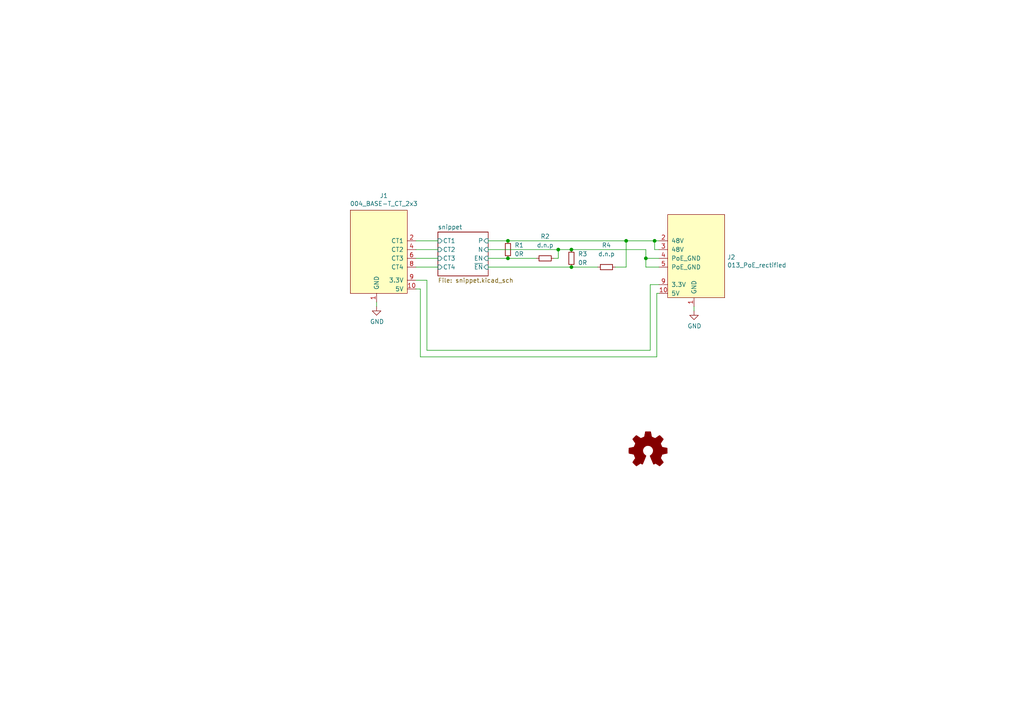
<source format=kicad_sch>
(kicad_sch (version 20211123) (generator eeschema)

  (uuid 9762c9ed-64d8-4f3e-baf6-f6ba6effc919)

  (paper "A4")

  (lib_symbols
    (symbol "Device:R_Small" (pin_numbers hide) (pin_names (offset 0.254) hide) (in_bom yes) (on_board yes)
      (property "Reference" "R" (id 0) (at 0.762 0.508 0)
        (effects (font (size 1.27 1.27)) (justify left))
      )
      (property "Value" "R_Small" (id 1) (at 0.762 -1.016 0)
        (effects (font (size 1.27 1.27)) (justify left))
      )
      (property "Footprint" "" (id 2) (at 0 0 0)
        (effects (font (size 1.27 1.27)) hide)
      )
      (property "Datasheet" "~" (id 3) (at 0 0 0)
        (effects (font (size 1.27 1.27)) hide)
      )
      (property "ki_keywords" "R resistor" (id 4) (at 0 0 0)
        (effects (font (size 1.27 1.27)) hide)
      )
      (property "ki_description" "Resistor, small symbol" (id 5) (at 0 0 0)
        (effects (font (size 1.27 1.27)) hide)
      )
      (property "ki_fp_filters" "R_*" (id 6) (at 0 0 0)
        (effects (font (size 1.27 1.27)) hide)
      )
      (symbol "R_Small_0_1"
        (rectangle (start -0.762 1.778) (end 0.762 -1.778)
          (stroke (width 0.2032) (type default) (color 0 0 0 0))
          (fill (type none))
        )
      )
      (symbol "R_Small_1_1"
        (pin passive line (at 0 2.54 270) (length 0.762)
          (name "~" (effects (font (size 1.27 1.27))))
          (number "1" (effects (font (size 1.27 1.27))))
        )
        (pin passive line (at 0 -2.54 90) (length 0.762)
          (name "~" (effects (font (size 1.27 1.27))))
          (number "2" (effects (font (size 1.27 1.27))))
        )
      )
    )
    (symbol "Graphic:Logo_Open_Hardware_Small" (pin_names (offset 1.016)) (in_bom yes) (on_board yes)
      (property "Reference" "#LOGO" (id 0) (at 0 6.985 0)
        (effects (font (size 1.27 1.27)) hide)
      )
      (property "Value" "Logo_Open_Hardware_Small" (id 1) (at 0 -5.715 0)
        (effects (font (size 1.27 1.27)) hide)
      )
      (property "Footprint" "" (id 2) (at 0 0 0)
        (effects (font (size 1.27 1.27)) hide)
      )
      (property "Datasheet" "~" (id 3) (at 0 0 0)
        (effects (font (size 1.27 1.27)) hide)
      )
      (property "ki_keywords" "Logo" (id 4) (at 0 0 0)
        (effects (font (size 1.27 1.27)) hide)
      )
      (property "ki_description" "Open Hardware logo, small" (id 5) (at 0 0 0)
        (effects (font (size 1.27 1.27)) hide)
      )
      (symbol "Logo_Open_Hardware_Small_0_1"
        (polyline
          (pts
            (xy 3.3528 -4.3434)
            (xy 3.302 -4.318)
            (xy 3.175 -4.2418)
            (xy 2.9972 -4.1148)
            (xy 2.7686 -3.9624)
            (xy 2.54 -3.81)
            (xy 2.3622 -3.7084)
            (xy 2.2352 -3.6068)
            (xy 2.1844 -3.5814)
            (xy 2.159 -3.6068)
            (xy 2.0574 -3.6576)
            (xy 1.905 -3.7338)
            (xy 1.8034 -3.7846)
            (xy 1.6764 -3.8354)
            (xy 1.6002 -3.8354)
            (xy 1.6002 -3.8354)
            (xy 1.5494 -3.7338)
            (xy 1.4732 -3.5306)
            (xy 1.3462 -3.302)
            (xy 1.2446 -3.0226)
            (xy 1.1176 -2.7178)
            (xy 0.9652 -2.413)
            (xy 0.8636 -2.1082)
            (xy 0.7366 -1.8288)
            (xy 0.6604 -1.6256)
            (xy 0.6096 -1.4732)
            (xy 0.5842 -1.397)
            (xy 0.5842 -1.397)
            (xy 0.6604 -1.3208)
            (xy 0.7874 -1.2446)
            (xy 1.0414 -1.016)
            (xy 1.2954 -0.6858)
            (xy 1.4478 -0.3302)
            (xy 1.524 0.0762)
            (xy 1.4732 0.4572)
            (xy 1.3208 0.8128)
            (xy 1.0668 1.143)
            (xy 0.762 1.3716)
            (xy 0.4064 1.524)
            (xy 0 1.5748)
            (xy -0.381 1.5494)
            (xy -0.7366 1.397)
            (xy -1.0668 1.143)
            (xy -1.2192 0.9906)
            (xy -1.397 0.6604)
            (xy -1.524 0.3048)
            (xy -1.524 0.2286)
            (xy -1.4986 -0.1778)
            (xy -1.397 -0.5334)
            (xy -1.1938 -0.8636)
            (xy -0.9144 -1.143)
            (xy -0.8636 -1.1684)
            (xy -0.7366 -1.27)
            (xy -0.635 -1.3462)
            (xy -0.5842 -1.397)
            (xy -1.0668 -2.5908)
            (xy -1.143 -2.794)
            (xy -1.2954 -3.1242)
            (xy -1.397 -3.4036)
            (xy -1.4986 -3.6322)
            (xy -1.5748 -3.7846)
            (xy -1.6002 -3.8354)
            (xy -1.6002 -3.8354)
            (xy -1.651 -3.8354)
            (xy -1.7272 -3.81)
            (xy -1.905 -3.7338)
            (xy -2.0066 -3.683)
            (xy -2.1336 -3.6068)
            (xy -2.2098 -3.5814)
            (xy -2.2606 -3.6068)
            (xy -2.3622 -3.683)
            (xy -2.54 -3.81)
            (xy -2.7686 -3.9624)
            (xy -2.9718 -4.0894)
            (xy -3.1496 -4.2164)
            (xy -3.302 -4.318)
            (xy -3.3528 -4.3434)
            (xy -3.3782 -4.3434)
            (xy -3.429 -4.318)
            (xy -3.5306 -4.2164)
            (xy -3.7084 -4.064)
            (xy -3.937 -3.8354)
            (xy -3.9624 -3.81)
            (xy -4.1656 -3.6068)
            (xy -4.318 -3.4544)
            (xy -4.4196 -3.3274)
            (xy -4.445 -3.2766)
            (xy -4.445 -3.2766)
            (xy -4.4196 -3.2258)
            (xy -4.318 -3.0734)
            (xy -4.2164 -2.8956)
            (xy -4.064 -2.667)
            (xy -3.6576 -2.0828)
            (xy -3.8862 -1.5494)
            (xy -3.937 -1.3716)
            (xy -4.0386 -1.1684)
            (xy -4.0894 -1.0414)
            (xy -4.1148 -0.9652)
            (xy -4.191 -0.9398)
            (xy -4.318 -0.9144)
            (xy -4.5466 -0.8636)
            (xy -4.8006 -0.8128)
            (xy -5.0546 -0.7874)
            (xy -5.2578 -0.7366)
            (xy -5.4356 -0.7112)
            (xy -5.5118 -0.6858)
            (xy -5.5118 -0.6858)
            (xy -5.5372 -0.635)
            (xy -5.5372 -0.5588)
            (xy -5.5372 -0.4318)
            (xy -5.5626 -0.2286)
            (xy -5.5626 0.0762)
            (xy -5.5626 0.127)
            (xy -5.5372 0.4064)
            (xy -5.5372 0.635)
            (xy -5.5372 0.762)
            (xy -5.5372 0.8382)
            (xy -5.5372 0.8382)
            (xy -5.461 0.8382)
            (xy -5.3086 0.889)
            (xy -5.08 0.9144)
            (xy -4.826 0.9652)
            (xy -4.8006 0.9906)
            (xy -4.5466 1.0414)
            (xy -4.318 1.0668)
            (xy -4.1656 1.1176)
            (xy -4.0894 1.143)
            (xy -4.0894 1.143)
            (xy -4.0386 1.2446)
            (xy -3.9624 1.4224)
            (xy -3.8608 1.6256)
            (xy -3.7846 1.8288)
            (xy -3.7084 2.0066)
            (xy -3.6576 2.159)
            (xy -3.6322 2.2098)
            (xy -3.6322 2.2098)
            (xy -3.683 2.286)
            (xy -3.7592 2.413)
            (xy -3.8862 2.5908)
            (xy -4.064 2.8194)
            (xy -4.064 2.8448)
            (xy -4.2164 3.0734)
            (xy -4.3434 3.2512)
            (xy -4.4196 3.3782)
            (xy -4.445 3.4544)
            (xy -4.445 3.4544)
            (xy -4.3942 3.5052)
            (xy -4.2926 3.6322)
            (xy -4.1148 3.81)
            (xy -3.937 4.0132)
            (xy -3.8608 4.064)
            (xy -3.6576 4.2926)
            (xy -3.5052 4.4196)
            (xy -3.4036 4.4958)
            (xy -3.3528 4.5212)
            (xy -3.3528 4.5212)
            (xy -3.302 4.4704)
            (xy -3.1496 4.3688)
            (xy -2.9718 4.2418)
            (xy -2.7432 4.0894)
            (xy -2.7178 4.0894)
            (xy -2.4892 3.937)
            (xy -2.3114 3.81)
            (xy -2.1844 3.7084)
            (xy -2.1336 3.683)
            (xy -2.1082 3.683)
            (xy -2.032 3.7084)
            (xy -1.8542 3.7592)
            (xy -1.6764 3.8354)
            (xy -1.4732 3.937)
            (xy -1.27 4.0132)
            (xy -1.143 4.064)
            (xy -1.0668 4.1148)
            (xy -1.0668 4.1148)
            (xy -1.0414 4.191)
            (xy -1.016 4.3434)
            (xy -0.9652 4.572)
            (xy -0.9144 4.8514)
            (xy -0.889 4.9022)
            (xy -0.8382 5.1562)
            (xy -0.8128 5.3848)
            (xy -0.7874 5.5372)
            (xy -0.762 5.588)
            (xy -0.7112 5.6134)
            (xy -0.5842 5.6134)
            (xy -0.4064 5.6134)
            (xy -0.1524 5.6134)
            (xy 0.0762 5.6134)
            (xy 0.3302 5.6134)
            (xy 0.5334 5.6134)
            (xy 0.6858 5.588)
            (xy 0.7366 5.588)
            (xy 0.7366 5.588)
            (xy 0.762 5.5118)
            (xy 0.8128 5.334)
            (xy 0.8382 5.1054)
            (xy 0.9144 4.826)
            (xy 0.9144 4.7752)
            (xy 0.9652 4.5212)
            (xy 1.016 4.2926)
            (xy 1.0414 4.1402)
            (xy 1.0668 4.0894)
            (xy 1.0668 4.0894)
            (xy 1.1938 4.0386)
            (xy 1.3716 3.9624)
            (xy 1.5748 3.8608)
            (xy 2.0828 3.6576)
            (xy 2.7178 4.0894)
            (xy 2.7686 4.1402)
            (xy 2.9972 4.2926)
            (xy 3.175 4.4196)
            (xy 3.302 4.4958)
            (xy 3.3782 4.5212)
            (xy 3.3782 4.5212)
            (xy 3.429 4.4704)
            (xy 3.556 4.3434)
            (xy 3.7338 4.191)
            (xy 3.9116 3.9878)
            (xy 4.064 3.8354)
            (xy 4.2418 3.6576)
            (xy 4.3434 3.556)
            (xy 4.4196 3.4798)
            (xy 4.4196 3.429)
            (xy 4.4196 3.4036)
            (xy 4.3942 3.3274)
            (xy 4.2926 3.2004)
            (xy 4.1656 2.9972)
            (xy 4.0132 2.794)
            (xy 3.8862 2.5908)
            (xy 3.7592 2.3876)
            (xy 3.6576 2.2352)
            (xy 3.6322 2.159)
            (xy 3.6322 2.1336)
            (xy 3.683 2.0066)
            (xy 3.7592 1.8288)
            (xy 3.8608 1.6002)
            (xy 4.064 1.1176)
            (xy 4.3942 1.0414)
            (xy 4.5974 1.016)
            (xy 4.8768 0.9652)
            (xy 5.1308 0.9144)
            (xy 5.5372 0.8382)
            (xy 5.5626 -0.6604)
            (xy 5.4864 -0.6858)
            (xy 5.4356 -0.6858)
            (xy 5.2832 -0.7366)
            (xy 5.0546 -0.762)
            (xy 4.8006 -0.8128)
            (xy 4.5974 -0.8636)
            (xy 4.3688 -0.9144)
            (xy 4.2164 -0.9398)
            (xy 4.1402 -0.9398)
            (xy 4.1148 -0.9652)
            (xy 4.064 -1.0668)
            (xy 3.9878 -1.2446)
            (xy 3.9116 -1.4478)
            (xy 3.81 -1.651)
            (xy 3.7338 -1.8542)
            (xy 3.683 -2.0066)
            (xy 3.6576 -2.0828)
            (xy 3.683 -2.1336)
            (xy 3.7846 -2.2606)
            (xy 3.8862 -2.4638)
            (xy 4.0386 -2.667)
            (xy 4.191 -2.8956)
            (xy 4.318 -3.0734)
            (xy 4.3942 -3.2004)
            (xy 4.445 -3.2766)
            (xy 4.4196 -3.3274)
            (xy 4.3434 -3.429)
            (xy 4.1656 -3.5814)
            (xy 3.937 -3.8354)
            (xy 3.8862 -3.8608)
            (xy 3.683 -4.064)
            (xy 3.5306 -4.2164)
            (xy 3.4036 -4.318)
            (xy 3.3528 -4.3434)
          )
          (stroke (width 0) (type default) (color 0 0 0 0))
          (fill (type outline))
        )
      )
    )
    (symbol "power:GND" (power) (pin_names (offset 0)) (in_bom yes) (on_board yes)
      (property "Reference" "#PWR" (id 0) (at 0 -6.35 0)
        (effects (font (size 1.27 1.27)) hide)
      )
      (property "Value" "GND" (id 1) (at 0 -3.81 0)
        (effects (font (size 1.27 1.27)))
      )
      (property "Footprint" "" (id 2) (at 0 0 0)
        (effects (font (size 1.27 1.27)) hide)
      )
      (property "Datasheet" "" (id 3) (at 0 0 0)
        (effects (font (size 1.27 1.27)) hide)
      )
      (property "ki_keywords" "power-flag" (id 4) (at 0 0 0)
        (effects (font (size 1.27 1.27)) hide)
      )
      (property "ki_description" "Power symbol creates a global label with name \"GND\" , ground" (id 5) (at 0 0 0)
        (effects (font (size 1.27 1.27)) hide)
      )
      (symbol "GND_0_1"
        (polyline
          (pts
            (xy 0 0)
            (xy 0 -1.27)
            (xy 1.27 -1.27)
            (xy 0 -2.54)
            (xy -1.27 -1.27)
            (xy 0 -1.27)
          )
          (stroke (width 0) (type default) (color 0 0 0 0))
          (fill (type none))
        )
      )
      (symbol "GND_1_1"
        (pin power_in line (at 0 0 270) (length 0) hide
          (name "GND" (effects (font (size 1.27 1.27))))
          (number "1" (effects (font (size 1.27 1.27))))
        )
      )
    )
    (symbol "put_on_edge:004_BASE-T_CT" (pin_names (offset 1.016)) (in_bom yes) (on_board yes)
      (property "Reference" "J" (id 0) (at -2.54 13.97 0)
        (effects (font (size 1.27 1.27)))
      )
      (property "Value" "004_BASE-T_CT" (id 1) (at 8.89 13.97 0)
        (effects (font (size 1.27 1.27)))
      )
      (property "Footprint" "" (id 2) (at 7.62 16.51 0)
        (effects (font (size 1.27 1.27)) hide)
      )
      (property "Datasheet" "" (id 3) (at 7.62 16.51 0)
        (effects (font (size 1.27 1.27)) hide)
      )
      (symbol "004_BASE-T_CT_0_1"
        (rectangle (start -8.89 12.7) (end 7.62 -11.43)
          (stroke (width 0) (type default) (color 0 0 0 0))
          (fill (type background))
        )
      )
      (symbol "004_BASE-T_CT_1_1"
        (pin power_in line (at 0 -13.97 90) (length 2.54)
          (name "GND" (effects (font (size 1.27 1.27))))
          (number "1" (effects (font (size 1.27 1.27))))
        )
        (pin power_in line (at -11.43 -10.16 0) (length 2.54)
          (name "5V" (effects (font (size 1.27 1.27))))
          (number "10" (effects (font (size 1.27 1.27))))
        )
        (pin bidirectional line (at -11.43 3.81 0) (length 2.54)
          (name "CT1" (effects (font (size 1.27 1.27))))
          (number "2" (effects (font (size 1.27 1.27))))
        )
        (pin bidirectional line (at -11.43 1.27 0) (length 2.54)
          (name "CT2" (effects (font (size 1.27 1.27))))
          (number "4" (effects (font (size 1.27 1.27))))
        )
        (pin bidirectional line (at -11.43 -1.27 0) (length 2.54)
          (name "CT3" (effects (font (size 1.27 1.27))))
          (number "6" (effects (font (size 1.27 1.27))))
        )
        (pin bidirectional line (at -11.43 -3.81 0) (length 2.54)
          (name "CT4" (effects (font (size 1.27 1.27))))
          (number "8" (effects (font (size 1.27 1.27))))
        )
        (pin power_in line (at -11.43 -7.62 0) (length 2.54)
          (name "3.3V" (effects (font (size 1.27 1.27))))
          (number "9" (effects (font (size 1.27 1.27))))
        )
      )
    )
    (symbol "put_on_edge:013_PoE_rectified" (pin_names (offset 1.016)) (in_bom yes) (on_board yes)
      (property "Reference" "J" (id 0) (at -2.54 13.97 0)
        (effects (font (size 1.27 1.27)))
      )
      (property "Value" "013_PoE_rectified" (id 1) (at 8.89 13.97 0)
        (effects (font (size 1.27 1.27)))
      )
      (property "Footprint" "" (id 2) (at 7.62 16.51 0)
        (effects (font (size 1.27 1.27)) hide)
      )
      (property "Datasheet" "" (id 3) (at 7.62 16.51 0)
        (effects (font (size 1.27 1.27)) hide)
      )
      (symbol "013_PoE_rectified_0_1"
        (rectangle (start -8.89 12.7) (end 7.62 -11.43)
          (stroke (width 0) (type default) (color 0 0 0 0))
          (fill (type background))
        )
      )
      (symbol "013_PoE_rectified_1_1"
        (pin power_in line (at -1.27 -13.97 90) (length 2.54)
          (name "GND" (effects (font (size 1.27 1.27))))
          (number "1" (effects (font (size 1.27 1.27))))
        )
        (pin power_in line (at -11.43 -10.16 0) (length 2.54)
          (name "5V" (effects (font (size 1.27 1.27))))
          (number "10" (effects (font (size 1.27 1.27))))
        )
        (pin bidirectional line (at -11.43 5.08 0) (length 2.54)
          (name "48V" (effects (font (size 1.27 1.27))))
          (number "2" (effects (font (size 1.27 1.27))))
        )
        (pin bidirectional line (at -11.43 2.54 0) (length 2.54)
          (name "48V" (effects (font (size 1.27 1.27))))
          (number "3" (effects (font (size 1.27 1.27))))
        )
        (pin power_in line (at -11.43 0 0) (length 2.54)
          (name "PoE_GND" (effects (font (size 1.27 1.27))))
          (number "4" (effects (font (size 1.27 1.27))))
        )
        (pin power_in line (at -11.43 -2.54 0) (length 2.54)
          (name "PoE_GND" (effects (font (size 1.27 1.27))))
          (number "5" (effects (font (size 1.27 1.27))))
        )
        (pin power_in line (at -11.43 -7.62 0) (length 2.54)
          (name "3.3V" (effects (font (size 1.27 1.27))))
          (number "9" (effects (font (size 1.27 1.27))))
        )
      )
    )
  )

  (junction (at 165.735 72.39) (diameter 0) (color 0 0 0 0)
    (uuid 06e4f307-db0f-4972-89eb-9b386cb24443)
  )
  (junction (at 189.865 69.85) (diameter 0) (color 0 0 0 0)
    (uuid 120a7b0f-ddfd-4447-85c1-35665465acdb)
  )
  (junction (at 147.32 74.93) (diameter 0) (color 0 0 0 0)
    (uuid 2aeda6b7-b008-4012-9630-d089617657fa)
  )
  (junction (at 147.32 69.85) (diameter 0) (color 0 0 0 0)
    (uuid 54cc927d-e87c-476a-a0ae-4b8fb985f40c)
  )
  (junction (at 187.325 74.93) (diameter 0) (color 0 0 0 0)
    (uuid 59f0dc91-279c-4f05-9ef8-655e6d0d41d0)
  )
  (junction (at 165.735 77.47) (diameter 0) (color 0 0 0 0)
    (uuid 942a544c-021a-470b-9709-1c5880882db0)
  )
  (junction (at 161.925 72.39) (diameter 0) (color 0 0 0 0)
    (uuid b962f4d1-9088-4dc9-bab6-99d97ef7e4ce)
  )
  (junction (at 181.61 69.85) (diameter 0) (color 0 0 0 0)
    (uuid d313c658-1b75-4fea-b767-3c43e4c0e900)
  )

  (wire (pts (xy 147.32 69.85) (xy 181.61 69.85))
    (stroke (width 0) (type default) (color 0 0 0 0))
    (uuid 0d02dd6d-83ce-4a66-b7fb-9f6adf73501a)
  )
  (wire (pts (xy 120.65 69.85) (xy 127 69.85))
    (stroke (width 0) (type default) (color 0 0 0 0))
    (uuid 128e34ce-eee7-477d-b905-a493e98db783)
  )
  (wire (pts (xy 161.925 72.39) (xy 165.735 72.39))
    (stroke (width 0) (type default) (color 0 0 0 0))
    (uuid 1a7761f6-83ab-49ed-873b-03a28578ea9b)
  )
  (wire (pts (xy 188.595 82.55) (xy 188.595 101.6))
    (stroke (width 0) (type default) (color 0 0 0 0))
    (uuid 1ba8b712-888b-4f17-b565-b555130a9ca7)
  )
  (wire (pts (xy 178.435 77.47) (xy 181.61 77.47))
    (stroke (width 0) (type default) (color 0 0 0 0))
    (uuid 1e1c85a8-ee31-42b5-834c-7052534f6dec)
  )
  (wire (pts (xy 191.135 72.39) (xy 189.865 72.39))
    (stroke (width 0) (type default) (color 0 0 0 0))
    (uuid 2732632c-4768-42b6-bf7f-14643424019e)
  )
  (wire (pts (xy 181.61 69.85) (xy 181.61 77.47))
    (stroke (width 0) (type default) (color 0 0 0 0))
    (uuid 2819a072-545f-4bb5-9a56-83ded9db56aa)
  )
  (wire (pts (xy 120.65 74.93) (xy 127 74.93))
    (stroke (width 0) (type default) (color 0 0 0 0))
    (uuid 3172f2e2-18d2-4a80-ae30-5707b3409798)
  )
  (wire (pts (xy 165.735 77.47) (xy 173.355 77.47))
    (stroke (width 0) (type default) (color 0 0 0 0))
    (uuid 396366da-b47a-4bb7-a784-108a81401550)
  )
  (wire (pts (xy 141.605 72.39) (xy 161.925 72.39))
    (stroke (width 0) (type default) (color 0 0 0 0))
    (uuid 50ab8907-487d-4a84-8784-ce4feb97adde)
  )
  (wire (pts (xy 187.325 77.47) (xy 191.135 77.47))
    (stroke (width 0) (type default) (color 0 0 0 0))
    (uuid 586225db-530a-4646-8fad-97fcfccf80b0)
  )
  (wire (pts (xy 109.22 87.63) (xy 109.22 88.9))
    (stroke (width 0) (type default) (color 0 0 0 0))
    (uuid 58dc14f9-c158-4824-a84e-24a6a482a7a4)
  )
  (wire (pts (xy 165.735 72.39) (xy 187.325 72.39))
    (stroke (width 0) (type default) (color 0 0 0 0))
    (uuid 6864979e-25f4-46d7-a3f4-c38608bc2857)
  )
  (wire (pts (xy 161.925 74.93) (xy 161.925 72.39))
    (stroke (width 0) (type default) (color 0 0 0 0))
    (uuid 6b949ce0-5394-452a-afe7-43c49a68a812)
  )
  (wire (pts (xy 141.605 74.93) (xy 147.32 74.93))
    (stroke (width 0) (type default) (color 0 0 0 0))
    (uuid 6f5e77bf-e280-4856-abc8-70ba60d7e64f)
  )
  (wire (pts (xy 120.65 77.47) (xy 127 77.47))
    (stroke (width 0) (type default) (color 0 0 0 0))
    (uuid 712d6a7d-2b62-464f-b745-fd2a6b0187f6)
  )
  (wire (pts (xy 187.325 74.93) (xy 187.325 77.47))
    (stroke (width 0) (type default) (color 0 0 0 0))
    (uuid 741121ac-6e65-4d8d-9d6f-7fcb474bc732)
  )
  (wire (pts (xy 188.595 101.6) (xy 123.825 101.6))
    (stroke (width 0) (type default) (color 0 0 0 0))
    (uuid 75544bb0-9e05-4933-be7d-a6f1bdf9bcc1)
  )
  (wire (pts (xy 187.325 72.39) (xy 187.325 74.93))
    (stroke (width 0) (type default) (color 0 0 0 0))
    (uuid 7c808640-0117-4348-97ab-bbd3d268de3b)
  )
  (wire (pts (xy 160.655 74.93) (xy 161.925 74.93))
    (stroke (width 0) (type default) (color 0 0 0 0))
    (uuid 7edfb3f8-37af-46d1-83bc-4c3b1d0abe39)
  )
  (wire (pts (xy 189.865 72.39) (xy 189.865 69.85))
    (stroke (width 0) (type default) (color 0 0 0 0))
    (uuid 854dd5d4-5fd2-4730-bd49-a9cd8299a065)
  )
  (wire (pts (xy 190.5 85.09) (xy 191.135 85.09))
    (stroke (width 0) (type default) (color 0 0 0 0))
    (uuid 8667b138-43a4-48cf-a25a-12f67c5cd418)
  )
  (wire (pts (xy 147.32 74.93) (xy 155.575 74.93))
    (stroke (width 0) (type default) (color 0 0 0 0))
    (uuid 8891cc66-3960-4452-a2aa-217132f98c5e)
  )
  (wire (pts (xy 190.5 103.505) (xy 190.5 85.09))
    (stroke (width 0) (type default) (color 0 0 0 0))
    (uuid 8c25c0d3-4f06-4042-b78c-7aafa494a8a5)
  )
  (wire (pts (xy 187.325 74.93) (xy 191.135 74.93))
    (stroke (width 0) (type default) (color 0 0 0 0))
    (uuid 8d28157f-a8ca-4cae-a285-d4126ee59641)
  )
  (wire (pts (xy 189.865 69.85) (xy 191.135 69.85))
    (stroke (width 0) (type default) (color 0 0 0 0))
    (uuid 8d55e186-3e11-40e8-a65e-b36a8a00069e)
  )
  (wire (pts (xy 121.92 103.505) (xy 190.5 103.505))
    (stroke (width 0) (type default) (color 0 0 0 0))
    (uuid 903716f6-7219-4a87-b829-5fa7106efa4f)
  )
  (wire (pts (xy 123.825 81.28) (xy 120.65 81.28))
    (stroke (width 0) (type default) (color 0 0 0 0))
    (uuid 9e0de1b3-3939-421c-adc7-9cc9604b0f71)
  )
  (wire (pts (xy 191.135 82.55) (xy 188.595 82.55))
    (stroke (width 0) (type default) (color 0 0 0 0))
    (uuid 9ed650b2-2a66-4b9f-962e-debc052981a6)
  )
  (wire (pts (xy 123.825 101.6) (xy 123.825 81.28))
    (stroke (width 0) (type default) (color 0 0 0 0))
    (uuid ac3e867f-f47d-4733-b29f-51bc4f668f87)
  )
  (wire (pts (xy 181.61 69.85) (xy 189.865 69.85))
    (stroke (width 0) (type default) (color 0 0 0 0))
    (uuid c5ac6972-0b03-4594-a58a-4baf1e02c602)
  )
  (wire (pts (xy 120.65 72.39) (xy 127 72.39))
    (stroke (width 0) (type default) (color 0 0 0 0))
    (uuid c801d42e-dd94-493e-bd2f-6c3ddad43f55)
  )
  (wire (pts (xy 201.295 90.17) (xy 201.295 88.9))
    (stroke (width 0) (type default) (color 0 0 0 0))
    (uuid cef6f603-8a0b-4dd0-af99-ebfbef7d1b4b)
  )
  (wire (pts (xy 141.605 69.85) (xy 147.32 69.85))
    (stroke (width 0) (type default) (color 0 0 0 0))
    (uuid d9cb3b19-eaa8-4f73-8891-6ce4994e35a2)
  )
  (wire (pts (xy 120.65 83.82) (xy 121.92 83.82))
    (stroke (width 0) (type default) (color 0 0 0 0))
    (uuid de473a39-f12c-45b6-9f39-114e23dd96b0)
  )
  (wire (pts (xy 121.92 83.82) (xy 121.92 103.505))
    (stroke (width 0) (type default) (color 0 0 0 0))
    (uuid f3941439-7101-4626-9f97-24cdf1fde9ce)
  )
  (wire (pts (xy 141.605 77.47) (xy 165.735 77.47))
    (stroke (width 0) (type default) (color 0 0 0 0))
    (uuid f942a014-c9f0-419d-b29d-90eacd169bc5)
  )

  (symbol (lib_id "put_on_edge:004_BASE-T_CT") (at 109.22 73.66 0) (mirror y) (unit 1)
    (in_bom yes) (on_board yes)
    (uuid 00000000-0000-0000-0000-000060324a07)
    (property "Reference" "J1" (id 0) (at 111.3282 56.769 0))
    (property "Value" "004_BASE-T_CT_2x3" (id 1) (at 111.3282 59.0804 0))
    (property "Footprint" "on_edge:on_edge_2x05_device" (id 2) (at 101.6 57.15 0)
      (effects (font (size 1.27 1.27)) hide)
    )
    (property "Datasheet" "" (id 3) (at 101.6 57.15 0)
      (effects (font (size 1.27 1.27)) hide)
    )
    (pin "1" (uuid 8174ff25-f2f4-4079-ac82-9d147c6420b9))
    (pin "10" (uuid e3b225b6-9dd7-4224-bfd0-ec113e04e53e))
    (pin "2" (uuid 6d7c2e86-d608-4fc0-bcf7-35c71063fe44))
    (pin "4" (uuid d076536f-da37-4d8c-8f35-e9649c792465))
    (pin "6" (uuid f778b720-4dba-4694-97cb-af3248f3da0b))
    (pin "8" (uuid 00285115-56ef-45e8-8528-f99553a17b5e))
    (pin "9" (uuid 942bb509-0865-4ee6-a623-811abdc04cfe))
  )

  (symbol (lib_id "power:GND") (at 109.22 88.9 0) (unit 1)
    (in_bom yes) (on_board yes)
    (uuid 00000000-0000-0000-0000-000060325c26)
    (property "Reference" "#PWR0101" (id 0) (at 109.22 95.25 0)
      (effects (font (size 1.27 1.27)) hide)
    )
    (property "Value" "GND" (id 1) (at 109.347 93.2942 0))
    (property "Footprint" "" (id 2) (at 109.22 88.9 0)
      (effects (font (size 1.27 1.27)) hide)
    )
    (property "Datasheet" "" (id 3) (at 109.22 88.9 0)
      (effects (font (size 1.27 1.27)) hide)
    )
    (pin "1" (uuid 953d45d5-e11a-4df6-a8ea-bd278753d364))
  )

  (symbol (lib_id "power:GND") (at 201.295 90.17 0) (unit 1)
    (in_bom yes) (on_board yes)
    (uuid 00000000-0000-0000-0000-0000603281ef)
    (property "Reference" "#PWR0102" (id 0) (at 201.295 96.52 0)
      (effects (font (size 1.27 1.27)) hide)
    )
    (property "Value" "GND" (id 1) (at 201.422 94.5642 0))
    (property "Footprint" "" (id 2) (at 201.295 90.17 0)
      (effects (font (size 1.27 1.27)) hide)
    )
    (property "Datasheet" "" (id 3) (at 201.295 90.17 0)
      (effects (font (size 1.27 1.27)) hide)
    )
    (pin "1" (uuid 14855801-8f44-4f5e-ab81-ed42d847ed77))
  )

  (symbol (lib_id "Graphic:Logo_Open_Hardware_Small") (at 187.96 130.81 0) (unit 1)
    (in_bom yes) (on_board yes)
    (uuid 00000000-0000-0000-0000-000061a93249)
    (property "Reference" "LOGO1" (id 0) (at 187.96 123.825 0)
      (effects (font (size 1.27 1.27)) hide)
    )
    (property "Value" "Logo_Open_Hardware_Small" (id 1) (at 187.96 136.525 0)
      (effects (font (size 1.27 1.27)) hide)
    )
    (property "Footprint" "Symbol:OSHW-Logo2_9.8x8mm_SilkScreen" (id 2) (at 187.96 130.81 0)
      (effects (font (size 1.27 1.27)) hide)
    )
    (property "Datasheet" "~" (id 3) (at 187.96 130.81 0)
      (effects (font (size 1.27 1.27)) hide)
    )
  )

  (symbol (lib_id "put_on_edge:013_PoE_rectified") (at 202.565 74.93 0) (unit 1)
    (in_bom yes) (on_board yes)
    (uuid 00000000-0000-0000-0000-000061a93b5b)
    (property "Reference" "J2" (id 0) (at 210.8962 74.5998 0)
      (effects (font (size 1.27 1.27)) (justify left))
    )
    (property "Value" "013_PoE_rectified" (id 1) (at 210.8962 76.9112 0)
      (effects (font (size 1.27 1.27)) (justify left))
    )
    (property "Footprint" "on_edge:on_edge_2x05_host" (id 2) (at 210.185 58.42 0)
      (effects (font (size 1.27 1.27)) hide)
    )
    (property "Datasheet" "" (id 3) (at 210.185 58.42 0)
      (effects (font (size 1.27 1.27)) hide)
    )
    (pin "1" (uuid baa88fca-098c-4fc0-9b12-9583d4b93589))
    (pin "10" (uuid a1c4cf61-5127-47c5-a871-37174ffaf82b))
    (pin "2" (uuid e91f253b-96a6-44ee-96e3-20b404cccf96))
    (pin "3" (uuid 946097a6-5de6-41e1-a2a9-3fde8f1e91e9))
    (pin "4" (uuid d7070859-dedb-4e15-8c3c-a55445f4810e))
    (pin "5" (uuid ce74344b-32a5-45f1-b0fc-6903c09e3eed))
    (pin "9" (uuid cc29ba48-a8fc-4aa9-92e8-e664c188dddb))
  )

  (symbol (lib_id "Device:R_Small") (at 175.895 77.47 270) (unit 1)
    (in_bom yes) (on_board yes) (fields_autoplaced)
    (uuid 35bee981-9437-4dff-adaa-d304d2bd2cf8)
    (property "Reference" "R4" (id 0) (at 175.895 71.12 90))
    (property "Value" "d.n.p" (id 1) (at 175.895 73.66 90))
    (property "Footprint" "Resistor_SMD:R_0603_1608Metric" (id 2) (at 175.895 77.47 0)
      (effects (font (size 1.27 1.27)) hide)
    )
    (property "Datasheet" "~" (id 3) (at 175.895 77.47 0)
      (effects (font (size 1.27 1.27)) hide)
    )
    (pin "1" (uuid 71135bb4-a0da-4eac-9e19-c15055f9d0b2))
    (pin "2" (uuid b15bd87e-afcb-4a59-84c0-edbf212bd055))
  )

  (symbol (lib_id "Device:R_Small") (at 147.32 72.39 180) (unit 1)
    (in_bom yes) (on_board yes) (fields_autoplaced)
    (uuid 620c2cae-5d7f-489c-ae7a-3549312a4159)
    (property "Reference" "R1" (id 0) (at 149.225 71.1199 0)
      (effects (font (size 1.27 1.27)) (justify right))
    )
    (property "Value" "0R" (id 1) (at 149.225 73.6599 0)
      (effects (font (size 1.27 1.27)) (justify right))
    )
    (property "Footprint" "Resistor_SMD:R_0603_1608Metric" (id 2) (at 147.32 72.39 0)
      (effects (font (size 1.27 1.27)) hide)
    )
    (property "Datasheet" "~" (id 3) (at 147.32 72.39 0)
      (effects (font (size 1.27 1.27)) hide)
    )
    (pin "1" (uuid 7dac71c5-5825-470a-8f1a-615b9e57e3c5))
    (pin "2" (uuid 5bada0a2-fe4d-4380-b8b3-27f82acf3484))
  )

  (symbol (lib_id "Device:R_Small") (at 158.115 74.93 270) (unit 1)
    (in_bom yes) (on_board yes) (fields_autoplaced)
    (uuid 6d245bb6-6dba-41cf-982a-c7911c26838d)
    (property "Reference" "R2" (id 0) (at 158.115 68.58 90))
    (property "Value" "d.n.p" (id 1) (at 158.115 71.12 90))
    (property "Footprint" "Resistor_SMD:R_0603_1608Metric" (id 2) (at 158.115 74.93 0)
      (effects (font (size 1.27 1.27)) hide)
    )
    (property "Datasheet" "~" (id 3) (at 158.115 74.93 0)
      (effects (font (size 1.27 1.27)) hide)
    )
    (pin "1" (uuid 31d5cf1f-cf6d-4097-b7a0-d8ae8e7ee7af))
    (pin "2" (uuid 7299dd9c-d8ec-4f59-b97e-dd43a25d1e80))
  )

  (symbol (lib_id "Device:R_Small") (at 165.735 74.93 180) (unit 1)
    (in_bom yes) (on_board yes) (fields_autoplaced)
    (uuid b2627d30-bacc-4022-96cb-29a47c7e3f6d)
    (property "Reference" "R3" (id 0) (at 167.64 73.6599 0)
      (effects (font (size 1.27 1.27)) (justify right))
    )
    (property "Value" "0R" (id 1) (at 167.64 76.1999 0)
      (effects (font (size 1.27 1.27)) (justify right))
    )
    (property "Footprint" "Resistor_SMD:R_0603_1608Metric" (id 2) (at 165.735 74.93 0)
      (effects (font (size 1.27 1.27)) hide)
    )
    (property "Datasheet" "~" (id 3) (at 165.735 74.93 0)
      (effects (font (size 1.27 1.27)) hide)
    )
    (pin "1" (uuid 953688bf-bdeb-4c05-9a72-de4384756f83))
    (pin "2" (uuid 841448e3-381d-4006-83c3-958e3391260a))
  )

  (sheet (at 127 67.31) (size 14.605 12.7) (fields_autoplaced)
    (stroke (width 0) (type solid) (color 0 0 0 0))
    (fill (color 0 0 0 0.0000))
    (uuid 00000000-0000-0000-0000-00006031befe)
    (property "Sheet name" "snippet" (id 0) (at 127 66.5984 0)
      (effects (font (size 1.27 1.27)) (justify left bottom))
    )
    (property "Sheet file" "snippet.kicad_sch" (id 1) (at 127 80.5946 0)
      (effects (font (size 1.27 1.27)) (justify left top))
    )
    (pin "CT1" input (at 127 69.85 180)
      (effects (font (size 1.27 1.27)) (justify left))
      (uuid 75286985-9fa5-4d30-89c5-493b6e63cd66)
    )
    (pin "CT2" input (at 127 72.39 180)
      (effects (font (size 1.27 1.27)) (justify left))
      (uuid 0867287d-2e6a-4d69-a366-c29f88198f2b)
    )
    (pin "CT3" input (at 127 74.93 180)
      (effects (font (size 1.27 1.27)) (justify left))
      (uuid afd3dbad-e7a8-4e4c-b77c-4065a69aefa2)
    )
    (pin "CT4" input (at 127 77.47 180)
      (effects (font (size 1.27 1.27)) (justify left))
      (uuid 1b54105e-6590-4d26-a763-ecfcf81eedc4)
    )
    (pin "P" input (at 141.605 69.85 0)
      (effects (font (size 1.27 1.27)) (justify right))
      (uuid 0f41a909-27c4-4be2-9d5e-9ae2108c8ff5)
    )
    (pin "N" input (at 141.605 72.39 0)
      (effects (font (size 1.27 1.27)) (justify right))
      (uuid 632acde9-b7fd-4f04-8cb4-d2cbb06b3595)
    )
    (pin "EN" input (at 141.605 74.93 0)
      (effects (font (size 1.27 1.27)) (justify right))
      (uuid 8783d4e8-1dfd-44de-8ff3-f7380b370d08)
    )
    (pin "~{EN}" input (at 141.605 77.47 0)
      (effects (font (size 1.27 1.27)) (justify right))
      (uuid 32d6dcab-4bf7-4be3-8b7f-18818067dec1)
    )
  )

  (sheet_instances
    (path "/" (page "1"))
    (path "/00000000-0000-0000-0000-00006031befe" (page "2"))
  )

  (symbol_instances
    (path "/00000000-0000-0000-0000-000060325c26"
      (reference "#PWR0101") (unit 1) (value "GND") (footprint "")
    )
    (path "/00000000-0000-0000-0000-0000603281ef"
      (reference "#PWR0102") (unit 1) (value "GND") (footprint "")
    )
    (path "/00000000-0000-0000-0000-000060324a07"
      (reference "J1") (unit 1) (value "004_BASE-T_CT_2x3") (footprint "on_edge:on_edge_2x05_device")
    )
    (path "/00000000-0000-0000-0000-000061a93b5b"
      (reference "J2") (unit 1) (value "013_PoE_rectified") (footprint "on_edge:on_edge_2x05_host")
    )
    (path "/00000000-0000-0000-0000-000061a93249"
      (reference "LOGO1") (unit 1) (value "Logo_Open_Hardware_Small") (footprint "Symbol:OSHW-Logo2_9.8x8mm_SilkScreen")
    )
    (path "/00000000-0000-0000-0000-00006031befe/00000000-0000-0000-0000-00006032311f"
      (reference "Q1") (unit 1) (value "PSMN075-100MSEX") (footprint "Package_TO_SOT_SMD:LFPAK33")
    )
    (path "/00000000-0000-0000-0000-00006031befe/00000000-0000-0000-0000-000060323111"
      (reference "Q2") (unit 1) (value "PSMN075-100MSEX") (footprint "Package_TO_SOT_SMD:LFPAK33")
    )
    (path "/00000000-0000-0000-0000-00006031befe/00000000-0000-0000-0000-000060323103"
      (reference "Q3") (unit 1) (value "PSMN075-100MSEX") (footprint "Package_TO_SOT_SMD:LFPAK33")
    )
    (path "/00000000-0000-0000-0000-00006031befe/00000000-0000-0000-0000-0000603230f5"
      (reference "Q4") (unit 1) (value "PSMN075-100MSEX") (footprint "Package_TO_SOT_SMD:LFPAK33")
    )
    (path "/00000000-0000-0000-0000-00006031befe/00000000-0000-0000-0000-000060323118"
      (reference "Q5") (unit 1) (value "PSMN075-100MSEX") (footprint "Package_TO_SOT_SMD:LFPAK33")
    )
    (path "/00000000-0000-0000-0000-00006031befe/00000000-0000-0000-0000-00006032310a"
      (reference "Q6") (unit 1) (value "PSMN075-100MSEX") (footprint "Package_TO_SOT_SMD:LFPAK33")
    )
    (path "/00000000-0000-0000-0000-00006031befe/00000000-0000-0000-0000-0000603230fc"
      (reference "Q7") (unit 1) (value "PSMN075-100MSEX") (footprint "Package_TO_SOT_SMD:LFPAK33")
    )
    (path "/00000000-0000-0000-0000-00006031befe/00000000-0000-0000-0000-0000603230ee"
      (reference "Q8") (unit 1) (value "PSMN075-100MSEX") (footprint "Package_TO_SOT_SMD:LFPAK33")
    )
    (path "/620c2cae-5d7f-489c-ae7a-3549312a4159"
      (reference "R1") (unit 1) (value "0R") (footprint "Resistor_SMD:R_0603_1608Metric")
    )
    (path "/6d245bb6-6dba-41cf-982a-c7911c26838d"
      (reference "R2") (unit 1) (value "d.n.p") (footprint "Resistor_SMD:R_0603_1608Metric")
    )
    (path "/b2627d30-bacc-4022-96cb-29a47c7e3f6d"
      (reference "R3") (unit 1) (value "0R") (footprint "Resistor_SMD:R_0603_1608Metric")
    )
    (path "/35bee981-9437-4dff-adaa-d304d2bd2cf8"
      (reference "R4") (unit 1) (value "d.n.p") (footprint "Resistor_SMD:R_0603_1608Metric")
    )
    (path "/00000000-0000-0000-0000-00006031befe/00000000-0000-0000-0000-000060323155"
      (reference "U1") (unit 1) (value "LT4321") (footprint "Package_DFN_QFN:WQFN-16-1EP_4x4mm_P0.5mm_EP2.6x2.6mm")
    )
  )
)

</source>
